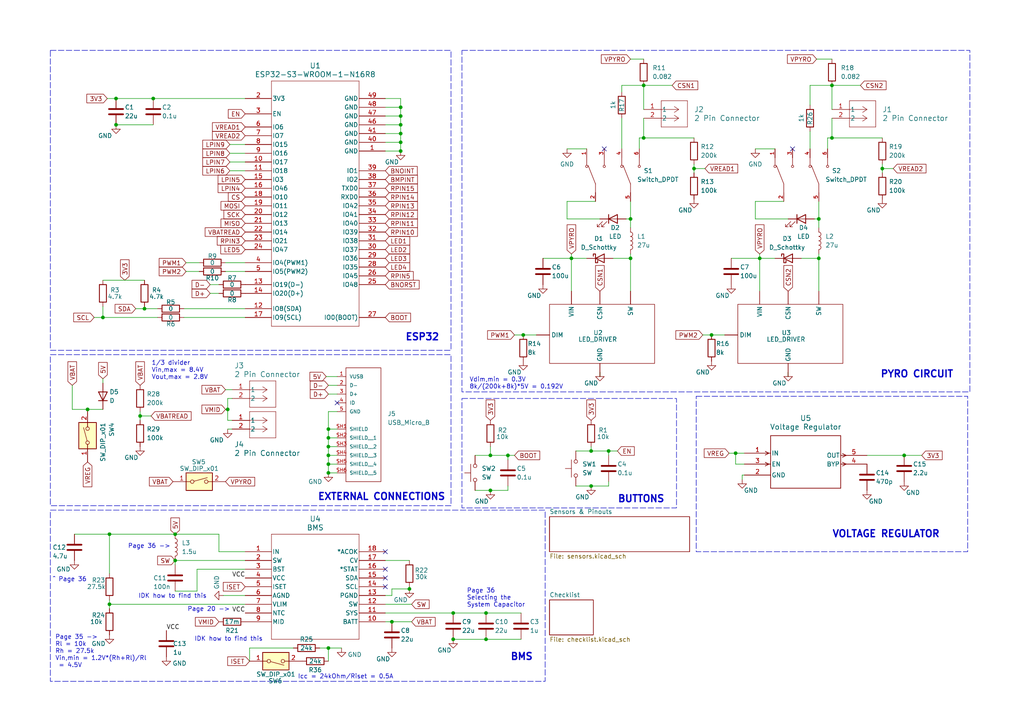
<source format=kicad_sch>
(kicad_sch (version 20231120) (generator "eeschema") (generator_version "8.0")
  (paper "A4")
  (lib_symbols
    (symbol "BMS_Library:2 Pin Connector" (pin_names (offset 0.254))
      (property "Reference" "J" (at 8.89 6.35 0))
      (property "Value" "2 Pin Connector" (at 9.525 3.81 0))
      (symbol "2 Pin Connector_1_1"
        (pin unspecified line (at 0 0 0) (length 5.08) (name "1") (number "1"))
        (pin unspecified line (at 0 -2.54 0) (length 5.08) (name "2") (number "2"))
      )
      (symbol "2 Pin Connector_1_2"
        (pin unspecified line (at 0 0 0) (length 5.08) (name "1") (number "1"))
        (pin unspecified line (at 0 -2.54 0) (length 5.08) (name "2") (number "2"))
      )
    )
    (symbol "Certification_Avionica_Symbol:BMS" (pin_names (offset 0.254))
      (property "Reference" "U" (at 20.32 10.16 0))
      (property "Value" "BMS" (at 20.32 7.62 0))
      (symbol "BMS_0_1"
        (pin power_in line (at 0 0 0) (length 7.62) (name "IN") (number "1"))
        (pin power_in line (at 40.64 -20.32 180) (length 7.62) (name "BATT") (number "10"))
        (pin power_in line (at 40.64 -17.78 180) (length 7.62) (name "SYS") (number "11"))
        (pin power_in line (at 40.64 -15.24 180) (length 7.62) (name "SW") (number "12"))
        (pin power_in line (at 40.64 -12.7 180) (length 7.62) (name "PGND") (number "13"))
        (pin input line (at 40.64 -10.16 180) (length 7.62) (name "SCL") (number "14"))
        (pin bidirectional line (at 40.64 -7.62 180) (length 7.62) (name "SDA") (number "15"))
        (pin output line (at 40.64 -5.08 180) (length 7.62) (name "*STAT") (number "16"))
        (pin input line (at 40.64 -2.54 180) (length 7.62) (name "CV") (number "17"))
        (pin output line (at 40.64 0 180) (length 7.62) (name "*ACOK") (number "18"))
        (pin power_in line (at 0 -2.54 0) (length 7.62) (name "SW") (number "2"))
        (pin power_in line (at 0 -5.08 0) (length 7.62) (name "BST") (number "3"))
        (pin power_in line (at 0 -7.62 0) (length 7.62) (name "VCC") (number "4"))
        (pin input line (at 0 -10.16 0) (length 7.62) (name "ISET") (number "5"))
        (pin power_in line (at 0 -12.7 0) (length 7.62) (name "AGND") (number "6"))
        (pin input line (at 0 -15.24 0) (length 7.62) (name "VLIM") (number "7"))
        (pin input line (at 0 -17.78 0) (length 7.62) (name "NTC") (number "8"))
        (pin power_in line (at 0 -20.32 0) (length 7.62) (name "MID") (number "9"))
      )
    )
    (symbol "Certification_Avionica_Symbol:ESP32-S3-WROOM-1-N16R8" (pin_names (offset 0.254))
      (property "Reference" "U" (at 20.32 10.16 0))
      (property "Value" "ESP32-S3-WROOM-1-N16R8" (at 20.32 7.62 0))
      (symbol "ESP32-S3-WROOM-1-N16R8_0_1"
        (pin power_out line (at 40.64 -15.24 180) (length 7.62) (name "GND") (number "1"))
        (pin bidirectional line (at 0 -18.415 0) (length 7.62) (name "IO17") (number "10"))
        (pin bidirectional line (at 0 -20.955 0) (length 7.62) (name "IO18") (number "11"))
        (pin bidirectional line (at 0 -23.495 0) (length 7.62) (name "IO3") (number "15"))
        (pin bidirectional line (at 0 -26.035 0) (length 7.62) (name "IO46") (number "16"))
        (pin bidirectional line (at 0 -28.575 0) (length 7.62) (name "IO10") (number "18"))
        (pin bidirectional line (at 0 -31.115 0) (length 7.62) (name "IO11") (number "19"))
        (pin power_in line (at 0 0 0) (length 7.62) (name "3V3") (number "2"))
        (pin bidirectional line (at 0 -33.655 0) (length 7.62) (name "IO12") (number "20"))
        (pin bidirectional line (at 0 -36.195 0) (length 7.62) (name "IO13") (number "21"))
        (pin bidirectional line (at 0 -38.735 0) (length 7.62) (name "IO14") (number "22"))
        (pin bidirectional line (at 0 -41.275 0) (length 7.62) (name "IO21") (number "23"))
        (pin bidirectional line (at 0 -43.815 0) (length 7.62) (name "IO47") (number "24"))
        (pin bidirectional line (at 40.64 -53.975 180) (length 7.62) (name "IO48") (number "25"))
        (pin bidirectional line (at 40.64 -51.435 180) (length 7.62) (name "IO45") (number "26"))
        (pin bidirectional line (at 40.64 -48.895 180) (length 7.62) (name "IO35") (number "28"))
        (pin bidirectional line (at 40.64 -46.355 180) (length 7.62) (name "IO36") (number "29"))
        (pin input line (at 0 -4.445 0) (length 7.62) (name "EN") (number "3"))
        (pin bidirectional line (at 40.64 -43.815 180) (length 7.62) (name "IO37") (number "30"))
        (pin bidirectional line (at 40.64 -41.275 180) (length 7.62) (name "IO38") (number "31"))
        (pin bidirectional line (at 40.64 -38.735 180) (length 7.62) (name "IO39") (number "32"))
        (pin bidirectional line (at 40.64 -36.195 180) (length 7.62) (name "IO40") (number "33"))
        (pin bidirectional line (at 40.64 -33.655 180) (length 7.62) (name "IO41") (number "34"))
        (pin bidirectional line (at 40.64 -31.115 180) (length 7.62) (name "IO42") (number "35"))
        (pin bidirectional line (at 40.64 -28.575 180) (length 7.62) (name "RXD0") (number "36"))
        (pin bidirectional line (at 40.64 -26.035 180) (length 7.62) (name "TXD0") (number "37"))
        (pin bidirectional line (at 40.64 -23.495 180) (length 7.62) (name "IO2") (number "38"))
        (pin bidirectional line (at 40.64 -20.955 180) (length 7.62) (name "IO1") (number "39"))
        (pin power_out line (at 40.64 -12.7 180) (length 7.62) (name "GND") (number "40"))
        (pin power_out line (at 40.64 -10.16 180) (length 7.62) (name "GND") (number "41"))
        (pin power_out line (at 40.64 -7.62 180) (length 7.62) (name "GND") (number "46"))
        (pin power_out line (at 40.64 -5.08 180) (length 7.62) (name "GND") (number "47"))
        (pin power_out line (at 40.64 -2.54 180) (length 7.62) (name "GND") (number "48"))
        (pin power_out line (at 40.64 0 180) (length 7.62) (name "GND") (number "49"))
        (pin bidirectional line (at 0 -8.255 0) (length 7.62) (name "IO6") (number "6"))
        (pin bidirectional line (at 0 -10.795 0) (length 7.62) (name "IO7") (number "7"))
        (pin bidirectional line (at 0 -13.335 0) (length 7.62) (name "IO15") (number "8"))
        (pin bidirectional line (at 0 -15.875 0) (length 7.62) (name "IO16") (number "9"))
      )
      (symbol "ESP32-S3-WROOM-1-N16R8_1_1"
        (pin bidirectional line (at 0 -60.96 0) (length 7.62) (name "IO8(SDA)") (number "12"))
        (pin bidirectional line (at 0 -53.975 0) (length 7.62) (name "IO19(D-)") (number "13"))
        (pin bidirectional line (at 0 -56.515 0) (length 7.62) (name "IO20(D+)") (number "14"))
        (pin bidirectional line (at 0 -63.5 0) (length 7.62) (name "IO9(SCL)") (number "17"))
        (pin bidirectional line (at 40.64 -63.5 180) (length 7.62) (name "IO0(BOOT)") (number "27"))
        (pin bidirectional line (at 0 -47.625 0) (length 7.62) (name "IO4(PWM1)") (number "4"))
        (pin bidirectional line (at 0 -50.165 0) (length 7.62) (name "IO5(PWM2)") (number "5"))
      )
    )
    (symbol "Certification_Avionica_Symbol:LED_DRIVER"
      (property "Reference" "U" (at 9.525 -8.89 0))
      (property "Value" "LED_DRIVER" (at 0 0 0))
      (symbol "LED_DRIVER_1_1"
        (pin bidirectional line (at 9.525 2.54 270) (length 3.81) (name "CSN") (number ""))
        (pin bidirectional line (at -8.89 -10.16 0) (length 3.81) (name "DIM") (number ""))
        (pin bidirectional line (at 9.525 -22.225 90) (length 3.81) (name "GND") (number ""))
        (pin bidirectional line (at 18.415 2.54 270) (length 3.81) (name "SW") (number ""))
        (pin bidirectional line (at 1.27 2.54 270) (length 3.81) (name "VIN") (number ""))
      )
    )
    (symbol "Certification_Avionica_Symbol:Switch_DPDT" (pin_names (offset 1.016))
      (property "Reference" "S" (at -2.54 10.16 0))
      (property "Value" "Switch_DPDT" (at -2.54 -10.16 0))
      (symbol "Switch_DPDT_0_0"
        (pin passive line (at 7.62 7.62 180) (length 2.54) (name "~") (number "1"))
        (pin passive line (at -7.62 5.08 0) (length 2.54) (name "~") (number "2"))
        (pin passive line (at 7.62 2.54 180) (length 2.54) (name "~") (number "3"))
        (pin passive line (at 7.62 -2.54 180) (length 2.54) (name "~") (number "4"))
        (pin passive line (at -7.62 -5.08 0) (length 2.54) (name "~") (number "5"))
        (pin passive line (at 7.62 -7.62 180) (length 2.54) (name "~") (number "6"))
      )
    )
    (symbol "Certification_Avionica_Symbol:USB_Micro_B" (pin_names (offset 1.016))
      (property "Reference" "J" (at -5.0862 10.681 0))
      (property "Value" "USB_Micro_B" (at -5.0882 -25.4205 0))
      (symbol "USB_Micro_B_0_0"
        (pin passive line (at -7.62 7.62 0) (length 2.54) (name "VUSB") (number "1"))
        (pin passive line (at -7.62 5.08 0) (length 2.54) (name "D-") (number "2"))
        (pin passive line (at -7.62 2.54 0) (length 2.54) (name "D+") (number "3"))
        (pin passive line (at -7.62 0 0) (length 2.54) (name "ID") (number "4"))
        (pin passive line (at -7.62 -2.54 0) (length 2.54) (name "GND") (number "5"))
        (pin passive line (at -7.62 -7.62 0) (length 2.54) (name "SHIELD") (number "SH1"))
        (pin passive line (at -7.62 -10.16 0) (length 2.54) (name "SHIELD__1") (number "SH2"))
        (pin passive line (at -7.62 -12.7 0) (length 2.54) (name "SHIELD__2") (number "SH3"))
        (pin passive line (at -7.62 -15.24 0) (length 2.54) (name "SHIELD__3") (number "SH4"))
        (pin passive line (at -7.62 -17.78 0) (length 2.54) (name "SHIELD__4") (number "SH5"))
        (pin passive line (at -7.62 -20.32 0) (length 2.54) (name "SHIELD__5") (number "SH6"))
      )
    )
    (symbol "Certification_Avionica_Symbol:Voltage Regulator" (pin_names (offset 0.254))
      (property "Reference" "U" (at 17.145 9.525 0))
      (property "Value" "Voltage Regulator" (at 17.145 6.985 0))
      (symbol "Voltage Regulator_0_1"
        (pin input line (at 0 0 0) (length 7.62) (name "IN") (number "1"))
        (pin input line (at 0 -3.175 0) (length 7.62) (name "EN") (number "3"))
        (pin output line (at 35.56 -3.175 180) (length 7.62) (name "BYP") (number "4"))
        (pin output line (at 35.56 -0.635 180) (length 7.62) (name "OUT") (number "5"))
      )
      (symbol "Voltage Regulator_1_1"
        (pin power_in line (at 0 -6.35 0) (length 7.62) (name "GND") (number "2"))
      )
    )
    (symbol "Device:C" (pin_numbers hide) (pin_names (offset 0.254))
      (property "Reference" "C" (at 0.635 2.54 0))
      (property "Value" "C" (at 0.635 -2.54 0))
      (symbol "C_1_1"
        (pin passive line (at 0 3.81 270) (length 2.794) (name "~") (number "1"))
        (pin passive line (at 0 -3.81 90) (length 2.794) (name "~") (number "2"))
      )
    )
    (symbol "Device:D" (pin_numbers hide) (pin_names (offset 1.016) hide)
      (property "Reference" "D" (at 0 2.54 0))
      (property "Value" "D" (at 0 -2.54 0))
      (symbol "D_1_1"
        (pin passive line (at -3.81 0 0) (length 2.54) (name "K") (number "1"))
        (pin passive line (at 3.81 0 180) (length 2.54) (name "A") (number "2"))
      )
    )
    (symbol "Device:D_Schottky" (pin_numbers hide) (pin_names (offset 1.016) hide)
      (property "Reference" "D" (at 0 2.54 0))
      (property "Value" "D_Schottky" (at 0 -2.54 0))
      (symbol "D_Schottky_1_1"
        (pin passive line (at -3.81 0 0) (length 2.54) (name "K") (number "1"))
        (pin passive line (at 3.81 0 180) (length 2.54) (name "A") (number "2"))
      )
    )
    (symbol "Device:L" (pin_numbers hide) (pin_names (offset 1.016) hide)
      (property "Reference" "L" (at -1.27 0 90))
      (property "Value" "L" (at 1.905 0 90))
      (symbol "L_1_1"
        (pin passive line (at 0 3.81 270) (length 1.27) (name "1") (number "1"))
        (pin passive line (at 0 -3.81 90) (length 1.27) (name "2") (number "2"))
      )
    )
    (symbol "Device:LED" (pin_numbers hide) (pin_names (offset 1.016) hide)
      (property "Reference" "D" (at 0 2.54 0))
      (property "Value" "LED" (at 0 -2.54 0))
      (symbol "LED_1_1"
        (pin passive line (at -3.81 0 0) (length 2.54) (name "K") (number "1"))
        (pin passive line (at 3.81 0 180) (length 2.54) (name "A") (number "2"))
      )
    )
    (symbol "Device:R" (pin_numbers hide) (pin_names (offset 0))
      (property "Reference" "R" (at 2.032 0 90))
      (property "Value" "R" (at 0 0 90))
      (symbol "R_1_1"
        (pin passive line (at 0 3.81 270) (length 1.27) (name "~") (number "1"))
        (pin passive line (at 0 -3.81 90) (length 1.27) (name "~") (number "2"))
      )
    )
    (symbol "Switch:SW_DIP_x01" (pin_names (offset 0) hide)
      (property "Reference" "SW" (at 0 3.81 0))
      (property "Value" "SW_DIP_x01" (at 0 -3.81 0))
      (symbol "SW_DIP_x01_1_1"
        (pin passive line (at -7.62 0 0) (length 5.08) (name "~") (number "1"))
        (pin passive line (at 7.62 0 180) (length 5.08) (name "~") (number "2"))
      )
    )
    (symbol "Switch:SW_Push" (pin_numbers hide) (pin_names (offset 1.016) hide)
      (property "Reference" "SW" (at 1.27 2.54 0))
      (property "Value" "SW_Push" (at 0 -1.524 0))
      (symbol "SW_Push_0_1"
        (pin passive line (at -5.08 0 0) (length 2.54) (name "1") (number "1"))
        (pin passive line (at 5.08 0 180) (length 2.54) (name "2") (number "2"))
      )
    )
    (symbol "power:GND" (power) (pin_names (offset 0))
      (property "Value" "GND" (at 0 -3.81 0))
      (symbol "GND_1_1"
        (pin power_in line (at 0 0 270) (length 0) hide (name "GND") (number "1"))
      )
    )
  )
  (junction (at 255.905 48.895))
  (junction (at 201.295 48.895))
  (junction (at 171.45 140.97))
  (junction (at 95.25 132.08))
  (junction (at 116.205 31.115))
  (junction (at 95.25 129.54))
  (junction (at 220.345 74.93))
  (junction (at 241.3 24.765))
  (junction (at 33.655 28.575))
  (junction (at 151.765 97.155))
  (junction (at 142.24 132.08))
  (junction (at 131.445 177.8))
  (junction (at 116.205 43.815))
  (junction (at 147.32 132.08))
  (junction (at 95.25 137.16))
  (junction (at 131.445 185.42))
  (junction (at 262.255 132.08))
  (junction (at 165.735 74.93))
  (junction (at 118.745 170.815))
  (junction (at 33.655 36.195))
  (junction (at 95.25 134.62))
  (junction (at 95.25 127))
  (junction (at 29.845 92.075))
  (junction (at 171.45 130.81))
  (junction (at 237.49 63.5))
  (junction (at 113.665 180.34))
  (junction (at 25.4 118.745))
  (junction (at 40.64 120.65))
  (junction (at 213.36 131.445))
  (junction (at 116.205 38.735))
  (junction (at 44.45 28.575))
  (junction (at 50.8 162.56))
  (junction (at 95.25 187.96))
  (junction (at 182.88 63.5))
  (junction (at 116.205 33.655))
  (junction (at 31.75 175.26))
  (junction (at 206.375 97.155))
  (junction (at 140.97 185.42))
  (junction (at 182.88 74.93))
  (junction (at 241.3 40.005))
  (junction (at 176.53 130.81))
  (junction (at 186.69 40.005))
  (junction (at 116.205 36.195))
  (junction (at 50.8 154.94))
  (junction (at 140.97 177.8))
  (junction (at 142.24 142.24))
  (junction (at 31.75 154.94))
  (junction (at 116.205 41.275))
  (junction (at 186.69 24.765))
  (junction (at 66.04 118.745))
  (junction (at 41.91 89.535))
  (junction (at 237.49 74.93))
  (junction (at 95.25 124.46))
  (no_connect (at 111.76 160.02))
  (no_connect (at 175.26 43.18))
  (no_connect (at 111.76 167.64))
  (no_connect (at 97.79 116.84))
  (no_connect (at 111.76 165.1))
  (no_connect (at 111.76 170.18))
  (no_connect (at 229.87 43.18))
  (wire (pts (xy 165.735 73.66) (xy 165.735 74.93)))
  (wire (pts (xy 232.41 74.93) (xy 237.49 74.93)))
  (wire (pts (xy 57.15 171.45) (xy 57.15 165.1)))
  (wire (pts (xy 67.31 115.57) (xy 66.04 115.57)))
  (wire (pts (xy 71.12 160.02) (xy 63.5 160.02)))
  (wire (pts (xy 171.45 129.54) (xy 171.45 130.81)))
  (wire (pts (xy 237.49 58.42) (xy 237.49 63.5)))
  (wire (pts (xy 31.115 28.575) (xy 33.655 28.575)))
  (wire (pts (xy 113.665 180.34) (xy 119.38 180.34)))
  (wire (pts (xy 255.905 48.895) (xy 259.08 48.895)))
  (wire (pts (xy 236.855 17.145) (xy 241.3 17.145)))
  (wire (pts (xy 53.975 76.2) (xy 57.785 76.2)))
  (wire (pts (xy 118.745 170.18) (xy 118.745 170.815)))
  (wire (pts (xy 149.225 97.155) (xy 151.765 97.155)))
  (wire (pts (xy 53.975 78.74) (xy 57.785 78.74)))
  (wire (pts (xy 66.04 115.57) (xy 66.04 118.745)))
  (wire (pts (xy 99.06 187.96) (xy 95.25 187.96)))
  (wire (pts (xy 167.005 130.81) (xy 171.45 130.81)))
  (wire (pts (xy 201.295 48.895) (xy 201.295 50.165)))
  (wire (pts (xy 50.8 163.83) (xy 50.8 162.56)))
  (wire (pts (xy 219.075 43.18) (xy 224.79 43.18)))
  (wire (pts (xy 95.25 129.54) (xy 95.25 132.08)))
  (wire (pts (xy 44.45 28.575) (xy 71.12 28.575)))
  (wire (pts (xy 213.36 134.62) (xy 213.36 131.445)))
  (wire (pts (xy 95.25 129.54) (xy 97.79 129.54)))
  (wire (pts (xy 151.765 97.155) (xy 155.575 97.155)))
  (wire (pts (xy 66.04 121.92) (xy 67.31 121.92)))
  (wire (pts (xy 39.37 89.535) (xy 41.91 89.535)))
  (wire (pts (xy 240.03 40.005) (xy 241.3 40.005)))
  (wire (pts (xy 137.795 142.24) (xy 142.24 142.24)))
  (wire (pts (xy 95.25 187.96) (xy 95.25 191.77)))
  (wire (pts (xy 220.345 73.66) (xy 220.345 74.93)))
  (wire (pts (xy 33.655 36.195) (xy 44.45 36.195)))
  (wire (pts (xy 97.79 119.38) (xy 95.25 119.38)))
  (wire (pts (xy 33.655 28.575) (xy 44.45 28.575)))
  (wire (pts (xy 95.25 124.46) (xy 95.25 127)))
  (wire (pts (xy 20.955 118.745) (xy 25.4 118.745)))
  (wire (pts (xy 111.76 38.735) (xy 116.205 38.735)))
  (wire (pts (xy 167.005 140.97) (xy 171.45 140.97)))
  (wire (pts (xy 147.32 132.08) (xy 149.225 132.08)))
  (wire (pts (xy 241.3 24.765) (xy 241.3 31.75)))
  (wire (pts (xy 234.95 38.1) (xy 234.95 43.18)))
  (wire (pts (xy 66.675 46.99) (xy 71.12 46.99)))
  (wire (pts (xy 186.69 24.765) (xy 186.69 31.75)))
  (wire (pts (xy 95.25 127) (xy 95.25 129.54)))
  (wire (pts (xy 29.845 88.9) (xy 29.845 92.075)))
  (wire (pts (xy 31.75 175.26) (xy 31.75 173.99)))
  (wire (pts (xy 57.15 165.1) (xy 71.12 165.1)))
  (wire (pts (xy 131.445 185.42) (xy 140.97 185.42)))
  (wire (pts (xy 111.76 28.575) (xy 116.205 28.575)))
  (wire (pts (xy 211.455 131.445) (xy 213.36 131.445)))
  (wire (pts (xy 164.465 58.42) (xy 172.72 58.42)))
  (wire (pts (xy 53.34 89.535) (xy 71.12 89.535)))
  (wire (pts (xy 116.205 33.655) (xy 116.205 36.195)))
  (wire (pts (xy 177.8 74.93) (xy 182.88 74.93)))
  (wire (pts (xy 116.205 28.575) (xy 116.205 31.115)))
  (wire (pts (xy 219.075 63.5) (xy 228.6 63.5)))
  (wire (pts (xy 186.69 40.005) (xy 201.295 40.005)))
  (wire (pts (xy 95.25 132.08) (xy 95.25 134.62)))
  (wire (pts (xy 95.25 127) (xy 97.79 127)))
  (wire (pts (xy 165.735 74.93) (xy 165.735 84.455)))
  (wire (pts (xy 142.24 132.08) (xy 147.32 132.08)))
  (wire (pts (xy 241.3 40.005) (xy 255.905 40.005)))
  (wire (pts (xy 94.615 109.22) (xy 97.79 109.22)))
  (wire (pts (xy 255.905 48.895) (xy 255.905 50.165)))
  (wire (pts (xy 234.95 30.48) (xy 234.95 24.765)))
  (wire (pts (xy 262.255 132.08) (xy 267.335 132.08)))
  (wire (pts (xy 31.75 175.26) (xy 71.12 175.26)))
  (wire (pts (xy 20.955 118.745) (xy 20.955 111.76)))
  (wire (pts (xy 180.34 24.765) (xy 186.69 24.765)))
  (wire (pts (xy 181.61 63.5) (xy 182.88 63.5)))
  (wire (pts (xy 50.8 171.45) (xy 57.15 171.45)))
  (wire (pts (xy 111.76 43.815) (xy 116.205 43.815)))
  (wire (pts (xy 213.36 131.445) (xy 215.9 131.445)))
  (wire (pts (xy 237.49 74.93) (xy 237.49 84.455)))
  (wire (pts (xy 95.25 134.62) (xy 95.25 137.16)))
  (wire (pts (xy 65.405 78.74) (xy 71.12 78.74)))
  (wire (pts (xy 95.25 119.38) (xy 95.25 124.46)))
  (wire (pts (xy 237.49 73.66) (xy 237.49 74.93)))
  (wire (pts (xy 237.49 63.5) (xy 237.49 66.04)))
  (wire (pts (xy 182.88 58.42) (xy 182.88 63.5)))
  (wire (pts (xy 116.205 36.195) (xy 116.205 38.735)))
  (wire (pts (xy 111.76 31.115) (xy 116.205 31.115)))
  (wire (pts (xy 201.295 48.895) (xy 204.47 48.895)))
  (wire (pts (xy 111.76 33.655) (xy 116.205 33.655)))
  (wire (pts (xy 215.9 134.62) (xy 213.36 134.62)))
  (wire (pts (xy 234.95 24.765) (xy 241.3 24.765)))
  (wire (pts (xy 157.48 74.93) (xy 165.735 74.93)))
  (wire (pts (xy 113.665 170.815) (xy 118.745 170.815)))
  (wire (pts (xy 215.265 137.795) (xy 215.9 137.795)))
  (wire (pts (xy 142.24 129.54) (xy 142.24 132.08)))
  (wire (pts (xy 72.39 191.77) (xy 72.39 187.96)))
  (wire (pts (xy 29.845 81.28) (xy 41.91 81.28)))
  (wire (pts (xy 185.42 43.18) (xy 185.42 40.005)))
  (wire (pts (xy 203.835 97.155) (xy 206.375 97.155)))
  (wire (pts (xy 182.88 73.66) (xy 182.88 74.93)))
  (wire (pts (xy 95.25 124.46) (xy 97.79 124.46)))
  (wire (pts (xy 95.25 134.62) (xy 97.79 134.62)))
  (wire (pts (xy 64.77 172.72) (xy 71.12 172.72)))
  (wire (pts (xy 41.91 89.535) (xy 45.72 89.535)))
  (wire (pts (xy 185.42 40.005) (xy 186.69 40.005)))
  (wire (pts (xy 206.375 97.155) (xy 210.185 97.155)))
  (wire (pts (xy 186.69 24.765) (xy 194.945 24.765)))
  (wire (pts (xy 116.205 31.115) (xy 116.205 33.655)))
  (wire (pts (xy 63.5 160.02) (xy 63.5 154.94)))
  (wire (pts (xy 66.675 41.91) (xy 71.12 41.91)))
  (wire (pts (xy 220.345 74.93) (xy 224.79 74.93)))
  (wire (pts (xy 201.295 47.625) (xy 201.295 48.895)))
  (wire (pts (xy 140.97 185.42) (xy 151.13 185.42)))
  (wire (pts (xy 215.265 139.065) (xy 215.265 137.795)))
  (wire (pts (xy 116.205 41.275) (xy 116.205 43.815)))
  (wire (pts (xy 255.905 47.625) (xy 255.905 48.895)))
  (wire (pts (xy 240.03 43.18) (xy 240.03 40.005)))
  (wire (pts (xy 95.25 137.16) (xy 97.79 137.16)))
  (wire (pts (xy 131.445 177.8) (xy 140.97 177.8)))
  (wire (pts (xy 95.25 187.96) (xy 92.71 187.96)))
  (wire (pts (xy 40.64 120.65) (xy 40.64 121.92)))
  (wire (pts (xy 228.6 109.22) (xy 228.6 107.95)))
  (wire (pts (xy 241.3 24.765) (xy 249.555 24.765)))
  (wire (pts (xy 21.59 154.94) (xy 31.75 154.94)))
  (wire (pts (xy 182.88 17.145) (xy 186.69 17.145)))
  (wire (pts (xy 40.64 119.38) (xy 40.64 120.65)))
  (wire (pts (xy 251.46 132.08) (xy 262.255 132.08)))
  (wire (pts (xy 31.75 154.94) (xy 50.8 154.94)))
  (wire (pts (xy 29.845 92.075) (xy 45.72 92.075)))
  (wire (pts (xy 147.32 133.35) (xy 147.32 132.08)))
  (wire (pts (xy 186.69 34.29) (xy 186.69 40.005)))
  (wire (pts (xy 182.88 74.93) (xy 182.88 84.455)))
  (wire (pts (xy 95.25 114.3) (xy 97.79 114.3)))
  (wire (pts (xy 27.305 92.075) (xy 29.845 92.075)))
  (wire (pts (xy 179.07 130.81) (xy 176.53 130.81)))
  (wire (pts (xy 66.675 44.45) (xy 71.12 44.45)))
  (wire (pts (xy 66.675 49.53) (xy 71.12 49.53)))
  (wire (pts (xy 65.405 118.745) (xy 66.04 118.745)))
  (wire (pts (xy 65.405 113.03) (xy 67.31 113.03)))
  (wire (pts (xy 171.45 140.97) (xy 176.53 140.97)))
  (wire (pts (xy 31.75 175.26) (xy 31.75 176.53)))
  (wire (pts (xy 65.405 76.2) (xy 71.12 76.2)))
  (wire (pts (xy 171.45 130.81) (xy 176.53 130.81)))
  (wire (pts (xy 241.3 34.29) (xy 241.3 40.005)))
  (wire (pts (xy 60.96 85.09) (xy 63.5 85.09)))
  (wire (pts (xy 111.76 172.72) (xy 113.665 172.72)))
  (wire (pts (xy 219.075 63.5) (xy 219.075 58.42)))
  (wire (pts (xy 50.8 162.56) (xy 71.12 162.56)))
  (wire (pts (xy 25.4 118.745) (xy 29.845 118.745)))
  (wire (pts (xy 173.99 109.22) (xy 173.99 107.95)))
  (wire (pts (xy 113.665 172.72) (xy 113.665 170.815)))
  (wire (pts (xy 219.075 58.42) (xy 227.33 58.42)))
  (wire (pts (xy 212.09 74.93) (xy 220.345 74.93)))
  (wire (pts (xy 53.34 92.075) (xy 71.12 92.075)))
  (wire (pts (xy 111.76 180.34) (xy 113.665 180.34)))
  (wire (pts (xy 95.25 132.08) (xy 97.79 132.08)))
  (wire (pts (xy 111.76 41.275) (xy 116.205 41.275)))
  (wire (pts (xy 41.91 88.9) (xy 41.91 89.535)))
  (wire (pts (xy 142.24 142.24) (xy 147.32 142.24)))
  (wire (pts (xy 29.845 109.855) (xy 29.845 111.125)))
  (wire (pts (xy 111.76 177.8) (xy 131.445 177.8)))
  (wire (pts (xy 95.25 111.76) (xy 97.79 111.76)))
  (wire (pts (xy 66.04 124.46) (xy 67.31 124.46)))
  (wire (pts (xy 147.32 142.24) (xy 147.32 140.97)))
  (wire (pts (xy 176.53 130.81) (xy 176.53 132.08)))
  (wire (pts (xy 31.75 154.94) (xy 31.75 166.37)))
  (wire (pts (xy 165.735 74.93) (xy 170.18 74.93)))
  (wire (pts (xy 180.34 26.67) (xy 180.34 24.765)))
  (wire (pts (xy 164.465 63.5) (xy 164.465 58.42)))
  (wire (pts (xy 176.53 140.97) (xy 176.53 139.7)))
  (wire (pts (xy 180.34 34.29) (xy 180.34 43.18)))
  (wire (pts (xy 116.205 38.735) (xy 116.205 41.275)))
  (wire (pts (xy 140.97 177.8) (xy 151.13 177.8)))
  (wire (pts (xy 182.88 63.5) (xy 182.88 66.04)))
  (wire (pts (xy 164.465 63.5) (xy 173.99 63.5)))
  (wire (pts (xy 111.76 175.26) (xy 119.38 175.26)))
  (wire (pts (xy 236.22 63.5) (xy 237.49 63.5)))
  (wire (pts (xy 60.96 82.55) (xy 63.5 82.55)))
  (wire (pts (xy 66.04 118.745) (xy 66.04 121.92)))
  (wire (pts (xy 137.795 132.08) (xy 142.24 132.08)))
  (wire (pts (xy 164.465 43.18) (xy 170.18 43.18)))
  (wire (pts (xy 40.64 120.65) (xy 43.815 120.65)))
  (wire (pts (xy 50.8 154.94) (xy 63.5 154.94)))
  (wire (pts (xy 111.76 162.56) (xy 118.745 162.56)))
  (wire (pts (xy 72.39 187.96) (xy 85.09 187.96)))
  (wire (pts (xy 111.76 36.195) (xy 116.205 36.195)))
  (wire (pts (xy 220.345 74.93) (xy 220.345 84.455)))
  (rectangle (start 133.985 14.605) (end 281.305 113.665) (stroke (width 0) (type dash)))
  (rectangle (start 133.985 115.57) (end 196.215 147.32) (stroke (width 0) (type dash)))
  (rectangle (start 201.93 114.935) (end 280.67 160.02) (stroke (width 0) (type dash)))
  (rectangle (start 14.605 14.605) (end 130.81 101.6) (stroke (width 0) (type dash)))
  (rectangle (start 14.605 102.87) (end 130.81 146.685) (stroke (width 0) (type dash)))
  (rectangle (start 14.605 147.955) (end 158.115 197.612) (stroke (width 0) (type dash)))
  (text "IDK how to find this" (at 56.388 185.42 0) (effects (font (size 1.27 1.27)) (justify left)))
  (text "Page 36 ->" (at 37.084 158.496 0) (effects (font (size 1.27 1.27)) (justify left)))
  (text "Vdim,min = 0.3V\n8k/(200k+8k)*5V = 0.192V" (at 136.144 111.252 0) (effects (font (size 1.27 1.27)) (justify left)))
  (text "BMS\n" (at 147.955 191.77 0) (effects (font (size 2 2) (bold yes)) (justify left bottom)))
  (text "EXTERNAL CONNECTIONS\n\n" (at 92.075 148.59 0) (effects (font (size 2 2) (bold yes)) (justify left bottom)))
  (text "ESP32\n" (at 117.475 99.06 0) (effects (font (size 2 2) (bold yes)) (justify left bottom)))
  (text "1/3 divider\nVin,max = 8.4V\nVout,max = 2.8V" (at 43.942 107.442 0) (effects (font (size 1.27 1.27)) (justify left)))
  (text "IDK how to find this" (at 40.132 172.974 0) (effects (font (size 1.27 1.27)) (justify left)))
  (text "Page 35 ->\nRl = 10k\nRh = 27.5k\nVin,min = 1.2V*(Rh+Rl)/Rl\n = 4.5V" (at 16.002 188.976 0) (effects (font (size 1.27 1.27)) (justify left)))
  (text "Page 36\nSelecting the\nSystem Capacitor" (at 135.382 173.482 0) (effects (font (size 1.27 1.27)) (justify left)))
  (text "VOLTAGE REGULATOR\n\n" (at 241.3 159.385 0) (effects (font (size 2 2) (bold yes)) (justify left bottom)))
  (text "Icc = 24kOhm/Riset = 0.5A" (at 86.36 196.342 0) (effects (font (size 1.27 1.27)) (justify left)))
  (text "PYRO CIRCUIT\n\n" (at 255.27 113.03 0) (effects (font (size 2 2) (bold yes)) (justify left bottom)))
  (text "^ Page 36" (at 15.24 168.148 0) (effects (font (size 1.27 1.27)) (justify left)))
  (text "Page 20 ->" (at 54.356 176.784 0) (effects (font (size 1.27 1.27)) (justify left)))
  (text "BUTTONS\n\n" (at 179.07 149.225 0) (effects (font (size 2 2) (bold yes)) (justify left bottom)))
  (label "VCC" (at 48.26 182.88 0))
  (label "VCC" (at 71.12 167.64 180))
  (label "VCC" (at 71.12 177.8 180))
  (global_label "D+" (shape input) (at 95.25 114.3 180) (property "Intersheetrefs" "${INTERSHEET_REFS}" (effects (hide yes))))
  (global_label "BOOT" (shape input) (at 149.225 132.08 0) (property "Intersheetrefs" "${INTERSHEET_REFS}" (effects (hide yes))))
  (global_label "VBATREAD" (shape input) (at 43.815 120.65 0) (property "Intersheetrefs" "${INTERSHEET_REFS}" (effects (hide yes))))
  (global_label "ISET" (shape input) (at 71.12 170.18 180) (property "Intersheetrefs" "${INTERSHEET_REFS}" (effects (hide yes))))
  (global_label "VREG" (shape input) (at 211.455 131.445 180) (property "Intersheetrefs" "${INTERSHEET_REFS}" (effects (hide yes))))
  (global_label "5V" (shape input) (at 50.8 154.94 90) (property "Intersheetrefs" "${INTERSHEET_REFS}" (effects (hide yes))))
  (global_label "VMID" (shape input) (at 65.405 118.745 180) (property "Intersheetrefs" "${INTERSHEET_REFS}" (effects (hide yes))))
  (global_label "SCK" (shape input) (at 71.12 62.23 180) (property "Intersheetrefs" "${INTERSHEET_REFS}" (effects (hide yes))))
  (global_label "VBAT" (shape input) (at 40.64 111.76 90) (property "Intersheetrefs" "${INTERSHEET_REFS}" (effects (hide yes))))
  (global_label "CSN2" (shape input) (at 249.555 24.765 0) (property "Intersheetrefs" "${INTERSHEET_REFS}" (effects (hide yes))))
  (global_label "BNOINT" (shape input) (at 111.76 49.53 0) (property "Intersheetrefs" "${INTERSHEET_REFS}" (effects (hide yes))))
  (global_label "LPIN9" (shape input) (at 66.675 41.91 180) (property "Intersheetrefs" "${INTERSHEET_REFS}" (effects (hide yes))))
  (global_label "MISO" (shape input) (at 71.12 64.77 180) (property "Intersheetrefs" "${INTERSHEET_REFS}" (effects (hide yes))))
  (global_label "SW" (shape input) (at 50.8 162.56 180) (property "Intersheetrefs" "${INTERSHEET_REFS}" (effects (hide yes))))
  (global_label "VBAT" (shape input) (at 50.165 139.7 180) (property "Intersheetrefs" "${INTERSHEET_REFS}" (effects (hide yes))))
  (global_label "RPIN5" (shape input) (at 111.76 80.01 0) (property "Intersheetrefs" "${INTERSHEET_REFS}" (effects (hide yes))))
  (global_label "D-" (shape input) (at 60.96 82.55 180) (property "Intersheetrefs" "${INTERSHEET_REFS}" (effects (hide yes))))
  (global_label "3V3" (shape input) (at 267.335 132.08 0) (property "Intersheetrefs" "${INTERSHEET_REFS}" (effects (hide yes))))
  (global_label "VREAD2" (shape input) (at 71.12 39.37 180) (property "Intersheetrefs" "${INTERSHEET_REFS}" (effects (hide yes))))
  (global_label "CSN1" (shape input) (at 194.945 24.765 0) (property "Intersheetrefs" "${INTERSHEET_REFS}" (effects (hide yes))))
  (global_label "LPIN8" (shape input) (at 66.675 44.45 180) (property "Intersheetrefs" "${INTERSHEET_REFS}" (effects (hide yes))))
  (global_label "BOOT" (shape input) (at 111.76 92.075 0) (property "Intersheetrefs" "${INTERSHEET_REFS}" (effects (hide yes))))
  (global_label "BNORST" (shape input) (at 111.76 82.55 0) (property "Intersheetrefs" "${INTERSHEET_REFS}" (effects (hide yes))))
  (global_label "CSN2" (shape input) (at 228.6 84.455 90) (property "Intersheetrefs" "${INTERSHEET_REFS}" (effects (hide yes))))
  (global_label "3V3" (shape input) (at 142.24 121.92 90) (property "Intersheetrefs" "${INTERSHEET_REFS}" (effects (hide yes))))
  (global_label "RPIN12" (shape input) (at 111.76 62.23 0) (property "Intersheetrefs" "${INTERSHEET_REFS}" (effects (hide yes))))
  (global_label "D-" (shape input) (at 95.25 111.76 180) (property "Intersheetrefs" "${INTERSHEET_REFS}" (effects (hide yes))))
  (global_label "3V3" (shape input) (at 31.115 28.575 180) (property "Intersheetrefs" "${INTERSHEET_REFS}" (effects (hide yes))))
  (global_label "EN" (shape input) (at 179.07 130.81 0) (property "Intersheetrefs" "${INTERSHEET_REFS}" (effects (hide yes))))
  (global_label "VPYRO" (shape input) (at 220.345 73.66 90) (property "Intersheetrefs" "${INTERSHEET_REFS}" (effects (hide yes))))
  (global_label "LED4" (shape input) (at 111.76 77.47 0) (property "Intersheetrefs" "${INTERSHEET_REFS}" (effects (hide yes))))
  (global_label "PWM1" (shape input) (at 149.225 97.155 180) (property "Intersheetrefs" "${INTERSHEET_REFS}" (effects (hide yes))))
  (global_label "RPIN13" (shape input) (at 111.76 59.69 0) (property "Intersheetrefs" "${INTERSHEET_REFS}" (effects (hide yes))))
  (global_label "5V" (shape input) (at 94.615 109.22 180) (property "Intersheetrefs" "${INTERSHEET_REFS}" (effects (hide yes))))
  (global_label "ISET" (shape input) (at 72.39 191.77 180) (property "Intersheetrefs" "${INTERSHEET_REFS}" (effects (hide yes))))
  (global_label "RPIN14" (shape input) (at 111.76 57.15 0) (property "Intersheetrefs" "${INTERSHEET_REFS}" (effects (hide yes))))
  (global_label "RPIN3" (shape input) (at 71.12 69.85 180) (property "Intersheetrefs" "${INTERSHEET_REFS}" (effects (hide yes))))
  (global_label "RPIN15" (shape input) (at 111.76 54.61 0) (property "Intersheetrefs" "${INTERSHEET_REFS}" (effects (hide yes))))
  (global_label "BMPINT" (shape input) (at 111.76 52.07 0) (property "Intersheetrefs" "${INTERSHEET_REFS}" (effects (hide yes))))
  (global_label "SW" (shape input) (at 119.38 175.26 0) (property "Intersheetrefs" "${INTERSHEET_REFS}" (effects (hide yes))))
  (global_label "VBAT" (shape input) (at 20.955 111.76 90) (property "Intersheetrefs" "${INTERSHEET_REFS}" (effects (hide yes))))
  (global_label "RPIN11" (shape input) (at 111.76 64.77 0) (property "Intersheetrefs" "${INTERSHEET_REFS}" (effects (hide yes))))
  (global_label "VPYRO" (shape input) (at 65.405 139.7 0) (property "Intersheetrefs" "${INTERSHEET_REFS}" (effects (hide yes))))
  (global_label "VMID" (shape input) (at 63.5 180.34 180) (property "Intersheetrefs" "${INTERSHEET_REFS}" (effects (hide yes))))
  (global_label "LED2" (shape input) (at 111.76 72.39 0) (property "Intersheetrefs" "${INTERSHEET_REFS}" (effects (hide yes))))
  (global_label "LPIN4" (shape input) (at 71.12 54.61 180) (property "Intersheetrefs" "${INTERSHEET_REFS}" (effects (hide yes))))
  (global_label "5V" (shape input) (at 29.845 109.855 90) (property "Intersheetrefs" "${INTERSHEET_REFS}" (effects (hide yes))))
  (global_label "RPIN10" (shape input) (at 111.76 67.31 0) (property "Intersheetrefs" "${INTERSHEET_REFS}" (effects (hide yes))))
  (global_label "MOSI" (shape input) (at 71.12 59.69 180) (property "Intersheetrefs" "${INTERSHEET_REFS}" (effects (hide yes))))
  (global_label "VPYRO" (shape input) (at 165.735 73.66 90) (property "Intersheetrefs" "${INTERSHEET_REFS}" (effects (hide yes))))
  (global_label "PWM1" (shape input) (at 53.975 76.2 180) (property "Intersheetrefs" "${INTERSHEET_REFS}" (effects (hide yes))))
  (global_label "LED1" (shape input) (at 111.76 69.85 0) (property "Intersheetrefs" "${INTERSHEET_REFS}" (effects (hide yes))))
  (global_label "VBAT" (shape input) (at 65.405 113.03 180) (property "Intersheetrefs" "${INTERSHEET_REFS}" (effects (hide yes))))
  (global_label "D+" (shape input) (at 60.96 85.09 180) (property "Intersheetrefs" "${INTERSHEET_REFS}" (effects (hide yes))))
  (global_label "3V3" (shape input) (at 171.45 121.92 90) (property "Intersheetrefs" "${INTERSHEET_REFS}" (effects (hide yes))))
  (global_label "VREAD2" (shape input) (at 259.08 48.895 0) (property "Intersheetrefs" "${INTERSHEET_REFS}" (effects (hide yes))))
  (global_label "LPIN7" (shape input) (at 66.675 46.99 180) (property "Intersheetrefs" "${INTERSHEET_REFS}" (effects (hide yes))))
  (global_label "LPIN5" (shape input) (at 71.12 52.07 180) (property "Intersheetrefs" "${INTERSHEET_REFS}" (effects (hide yes))))
  (global_label "CS" (shape input) (at 71.12 57.15 180) (property "Intersheetrefs" "${INTERSHEET_REFS}" (effects (hide yes))))
  (global_label "LED3" (shape input) (at 111.76 74.93 0) (property "Intersheetrefs" "${INTERSHEET_REFS}" (effects (hide yes))))
  (global_label "VREAD1" (shape input) (at 204.47 48.895 0) (property "Intersheetrefs" "${INTERSHEET_REFS}" (effects (hide yes))))
  (global_label "EN" (shape input) (at 71.12 33.02 180) (property "Intersheetrefs" "${INTERSHEET_REFS}" (effects (hide yes))))
  (global_label "VPYRO" (shape input) (at 182.88 17.145 180) (property "Intersheetrefs" "${INTERSHEET_REFS}" (effects (hide yes))))
  (global_label "LPIN6" (shape input) (at 66.675 49.53 180) (property "Intersheetrefs" "${INTERSHEET_REFS}" (effects (hide yes))))
  (global_label "VBATREAD" (shape input) (at 71.12 67.31 180) (property "Intersheetrefs" "${INTERSHEET_REFS}" (effects (hide yes))))
  (global_label "PWM2" (shape input) (at 203.835 97.155 180) (property "Intersheetrefs" "${INTERSHEET_REFS}" (effects (hide yes))))
  (global_label "VPYRO" (shape input) (at 236.855 17.145 180) (property "Intersheetrefs" "${INTERSHEET_REFS}" (effects (hide yes))))
  (global_label "VBAT" (shape input) (at 119.38 180.34 0) (property "Intersheetrefs" "${INTERSHEET_REFS}" (effects (hide yes))))
  (global_label "LED5" (shape input) (at 71.12 72.39 180) (property "Intersheetrefs" "${INTERSHEET_REFS}" (effects (hide yes))))
  (global_label "3V3" (shape input) (at 36.195 81.28 90) (property "Intersheetrefs" "${INTERSHEET_REFS}" (effects (hide yes))))
  (global_label "VREAD1" (shape input) (at 71.12 36.83 180) (property "Intersheetrefs" "${INTERSHEET_REFS}" (effects (hide yes))))
  (global_label "SDA" (shape input) (at 39.37 89.535 180) (property "Intersheetrefs" "${INTERSHEET_REFS}" (effects (hide yes))))
  (global_label "CSN1" (shape input) (at 173.99 84.455 90) (property "Intersheetrefs" "${INTERSHEET_REFS}" (effects (hide yes))))
  (global_label "PWM2" (shape input) (at 53.975 78.74 180) (property "Intersheetrefs" "${INTERSHEET_REFS}" (effects (hide yes))))
  (global_label "VREG" (shape input) (at 25.4 133.985 270) (property "Intersheetrefs" "${INTERSHEET_REFS}" (effects (hide yes))))
  (global_label "SCL" (shape input) (at 27.305 92.075 180) (property "Intersheetrefs" "${INTERSHEET_REFS}" (effects (hide yes))))
  (symbol (lib_id "Device:R") (at 91.44 191.77 270) (unit 1)
    (property "Reference" "R36" (at 91.44 194.31 90))
    (property "Value" "24k" (at 91.44 191.77 90))
  )
  (symbol (lib_id "Device:C") (at 147.32 137.16 0) (unit 1)
    (property "Reference" "C5" (at 149.86 135.89 0) (effects (justify left)))
    (property "Value" "0.1u" (at 149.86 138.43 0) (effects (justify left)))
  )
  (symbol (lib_id "power:GND") (at 33.655 36.195 0) (unit 1)
    (property "Reference" "#PWR01" (effects (hide yes)))
    (property "Value" "GND" (at 30.48 39.37 0))
  )
  (symbol (lib_id "Device:R") (at 151.765 100.965 0) (unit 1)
    (property "Reference" "R14" (at 153.035 99.695 0) (effects (justify left)))
    (property "Value" "8k" (at 153.035 102.235 0) (effects (justify left)))
  )
  (symbol (lib_id "Device:R") (at 49.53 92.075 270) (unit 1)
    (property "Reference" "R6" (at 49.53 93.98 90))
    (property "Value" "0" (at 49.53 92.075 90))
  )
  (symbol (lib_id "Device:C") (at 262.255 135.89 0) (unit 1)
    (property "Reference" "C15" (at 264.795 134.62 0) (effects (justify left)))
    (property "Value" "2.2u" (at 264.795 137.16 0) (effects (justify left)))
  )
  (symbol (lib_id "Switch:SW_DIP_x01") (at 25.4 126.365 90) (unit 1)
    (property "Reference" "SW4" (at 32.385 122.555 0) (effects (justify right)))
    (property "Value" "SW_DIP_x01" (at 29.845 122.555 0) (effects (justify right)))
  )
  (symbol (lib_id "Device:L") (at 50.8 158.75 0) (unit 1)
    (property "Reference" "L3" (at 52.705 157.48 0) (effects (justify left)))
    (property "Value" "1.5u" (at 52.705 160.02 0) (effects (justify left)))
  )
  (symbol (lib_id "Device:R") (at 67.31 82.55 270) (unit 1)
    (property "Reference" "R7" (at 67.31 80.645 90))
    (property "Value" "0" (at 67.31 82.55 90))
  )
  (symbol (lib_name "Certification_Avionica_Symbol:LED_DRIVER") (lib_id "Certification_Avionica_Symbol:LED_DRIVER") (at 219.075 86.995 0) (unit 1)
    (property "Reference" "U3" (at 226.695 96.52 0) (effects (justify left)))
    (property "Value" "LED_DRIVER" (at 227.965 98.425 0))
    (property "Datasheet" "https://edn.com/electroschematics/wp-content/uploads/2014/07/PT4115E-datasheet.pdf" (effects (hide yes)))
  )
  (symbol (lib_id "power:GND") (at 99.06 187.96 0) (mirror y) (unit 1)
    (property "Reference" "#PWR023" (effects (hide yes)))
    (property "Value" "GND" (at 102.87 189.865 0))
  )
  (symbol (lib_id "Switch:SW_Push") (at 167.005 135.89 90) (unit 1)
    (property "Reference" "SW1" (at 168.91 134.62 90) (effects (justify right)))
    (property "Value" "SW" (at 168.91 137.16 90) (effects (justify right)))
  )
  (symbol (lib_id "power:GND") (at 118.745 170.815 0) (unit 1)
    (property "Reference" "#PWR019" (effects (hide yes)))
    (property "Value" "GND" (at 116.205 173.99 0))
  )
  (symbol (lib_id "power:GND") (at 262.255 139.7 0) (unit 1)
    (property "Reference" "#PWR026" (effects (hide yes)))
    (property "Value" "GND" (at 264.795 142.875 0))
  )
  (symbol (lib_id "power:GND") (at 215.265 139.065 0) (unit 1)
    (property "Reference" "#PWR024" (effects (hide yes)))
    (property "Value" "GND" (at 217.805 142.24 0))
  )
  (symbol (lib_id "power:GND") (at 251.46 142.24 0) (unit 1)
    (property "Reference" "#PWR025" (effects (hide yes)))
    (property "Value" "GND" (at 254 145.415 0))
  )
  (symbol (lib_id "Device:R") (at 67.31 85.09 270) (unit 1)
    (property "Reference" "R8" (at 67.31 86.995 90))
    (property "Value" "0" (at 67.31 85.09 90))
  )
  (symbol (lib_id "Device:LED") (at 177.8 63.5 0) (unit 1)
    (property "Reference" "D2" (at 178.435 66.04 0))
    (property "Value" "LED" (at 178.435 68.58 0))
  )
  (symbol (lib_id "Device:R") (at 118.745 166.37 180) (unit 1)
    (property "Reference" "R22" (at 122.2375 165.4175 0))
    (property "Value" "30k" (at 122.2375 167.3225 0))
  )
  (symbol (lib_id "Device:R") (at 49.53 89.535 270) (unit 1)
    (property "Reference" "R5" (at 49.53 87.63 90))
    (property "Value" "0" (at 49.53 89.535 90))
  )
  (symbol (lib_id "Device:R") (at 41.91 85.09 180) (unit 1)
    (property "Reference" "R4" (at 45.4025 84.1375 0))
    (property "Value" "4.7k" (at 45.4025 86.0425 0))
  )
  (symbol (lib_id "Device:R") (at 61.595 76.2 270) (unit 1)
    (property "Reference" "R9" (at 61.595 74.295 90))
    (property "Value" "0" (at 61.595 76.2 90))
  )
  (symbol (lib_id "power:GND") (at 164.465 43.18 0) (unit 1)
    (property "Reference" "#PWR010" (effects (hide yes)))
    (property "Value" "GND" (at 164.465 47.625 0))
  )
  (symbol (lib_id "power:GND") (at 64.77 172.72 270) (unit 1)
    (property "Reference" "#PWR022" (effects (hide yes)))
    (property "Value" "GND" (at 62.865 168.91 0))
  )
  (symbol (lib_id "Switch:SW_DIP_x01") (at 57.785 139.7 0) (unit 1)
    (property "Reference" "SW5" (at 59.69 133.985 0) (effects (justify right)))
    (property "Value" "SW_DIP_x01" (at 63.5 135.89 0) (effects (justify right)))
  )
  (symbol (lib_id "Device:R") (at 29.845 85.09 180) (unit 1)
    (property "Reference" "R3" (at 33.3375 84.1375 0))
    (property "Value" "4.7k" (at 33.3375 86.0425 0))
  )
  (symbol (lib_id "Device:R") (at 67.31 180.34 270) (unit 1)
    (property "Reference" "R21" (at 67.31 182.88 90))
    (property "Value" "17m" (at 67.31 180.34 90))
  )
  (symbol (lib_id "Certification_Avionica_Symbol:Switch_DPDT") (at 177.8 50.8 90) (unit 1)
    (property "Reference" "S1" (at 186.69 49.53 90) (effects (justify right)))
    (property "Value" "Switch_DPDT" (at 184.785 52.07 90) (effects (justify right)))
    (property "Footprint" "SLW-1678105-6A-N-D:SW_SLW-1678105-6A-N-D" (effects (hide yes)))
    (property "PARTREV" "1.01" (effects (hide yes)))
    (property "STANDARD" "Manufacturer Recommendations" (effects (hide yes)))
    (property "MANUFACTURER" "Same Sky" (effects (hide yes)))
  )
  (symbol (lib_id "BMS_Library:2 Pin Connector") (at 186.69 31.75 0) (unit 1)
    (property "Reference" "J2" (at 201.295 31.75 0) (effects (font (size 1.524 1.524)) (justify left)))
    (property "Value" "2 Pin Connector" (at 201.295 34.29 0) (effects (font (size 1.524 1.524)) (justify left)))
    (property "Footprint" "CONN_1935161_PXC" (effects (hide yes)))
    (property "Datasheet" "1935161" (effects (hide yes)))
  )
  (symbol (lib_id "Device:C") (at 176.53 135.89 0) (unit 1)
    (property "Reference" "C4" (at 179.07 134.62 0) (effects (justify left)))
    (property "Value" "0.1u" (at 179.07 137.16 0) (effects (justify left)))
  )
  (symbol (lib_id "Device:R") (at 180.34 30.48 180) (unit 1)
    (property "Reference" "R17" (at 180.34 28.575 90) (effects (justify left)))
    (property "Value" "1k" (at 177.8 29.21 90) (effects (justify left)))
  )
  (symbol (lib_id "power:GND") (at 206.375 104.775 0) (unit 1)
    (property "Reference" "#PWR011" (effects (hide yes)))
    (property "Value" "GND" (at 203.835 107.95 0))
  )
  (symbol (lib_id "power:GND") (at 142.24 142.24 0) (unit 1)
    (property "Reference" "#PWR04" (effects (hide yes)))
    (property "Value" "GND" (at 139.7 145.415 0))
  )
  (symbol (lib_id "Device:C") (at 140.97 181.61 0) (unit 1)
    (property "Reference" "C10" (at 143.51 180.34 0) (effects (justify left)))
    (property "Value" "22u" (at 143.51 182.88 0) (effects (justify left)))
  )
  (symbol (lib_id "Device:D") (at 29.845 114.935 90) (unit 1)
    (property "Reference" "D5" (at 31.75 113.665 90) (effects (justify right)))
    (property "Value" "D" (at 31.75 116.205 90) (effects (justify right)))
    (property "Sim.Device" "D" (effects (hide yes)))
    (property "Sim.Pins" "1=K 2=A" (effects (hide yes)))
  )
  (symbol (lib_id "Certification_Avionica_Symbol:USB_Micro_B") (at 105.41 116.84 0) (unit 1)
    (property "Reference" "J5" (at 112.395 120.015 0) (effects (justify left)))
    (property "Value" "USB_Micro_B" (at 112.395 122.555 0) (effects (justify left)))
    (property "Footprint" "10118192-0001LF:AMPHENOL_10118192-0001LF" (effects (hide yes)))
    (property "PARTREV" "B" (effects (hide yes)))
    (property "STANDARD" "Manufacturer Recommendation" (effects (hide yes)))
    (property "MANUFACTURER" "Amphenol" (effects (hide yes)))
  )
  (symbol (lib_id "power:GND") (at 48.26 190.5 0) (mirror y) (unit 1)
    (property "Reference" "#PWR02" (effects (hide yes)))
    (property "Value" "GND" (at 52.07 192.405 0))
  )
  (symbol (lib_id "power:GND") (at 151.765 104.775 0) (unit 1)
    (property "Reference" "#PWR09" (effects (hide yes)))
    (property "Value" "GND" (at 149.225 107.95 0))
  )
  (symbol (lib_id "Device:R") (at 142.24 125.73 180) (unit 1)
    (property "Reference" "R2" (at 145.7325 124.7775 0))
    (property "Value" "10k" (at 145.7325 126.6825 0))
  )
  (symbol (lib_id "Switch:SW_Push") (at 137.795 137.16 90) (unit 1)
    (property "Reference" "SW2" (at 139.7 135.89 90) (effects (justify right)))
    (property "Value" "SW" (at 139.7 138.43 90) (effects (justify right)))
  )
  (symbol (lib_id "Certification_Avionica_Symbol:BMS") (at 71.12 160.02 0) (unit 1)
    (property "Reference" "U4" (at 91.44 150.495 0) (effects (font (size 1.524 1.524))))
    (property "Value" "BMS" (at 91.44 153.035 0) (effects (font (size 1.524 1.524))))
    (property "Footprint" "QFN-18_2MMx3MM_MP2672_MNP_MPS" (effects (hide yes)))
    (property "Datasheet" "https://www.monolithicpower.com/en/documentview/productdocument/index/version/2/document_type/Datasheet/lang/en/sku/MP2672/document_id/6229/" (effects (hide yes)))
  )
  (symbol (lib_id "power:GND") (at 40.64 129.54 0) (unit 1)
    (property "Reference" "#PWR037" (effects (hide yes)))
    (property "Value" "GND" (at 38.1 132.715 0))
  )
  (symbol (lib_id "power:GND") (at 219.075 43.18 0) (unit 1)
    (property "Reference" "#PWR013" (effects (hide yes)))
    (property "Value" "GND" (at 219.075 47.625 0))
  )
  (symbol (lib_id "Device:R") (at 40.64 115.57 0) (unit 1)
    (property "Reference" "R28" (at 42.545 114.3 0) (effects (justify left)))
    (property "Value" "200k" (at 42.545 116.84 0) (effects (justify left)))
  )
  (symbol (lib_id "power:GND") (at 21.59 162.56 0) (unit 1)
    (property "Reference" "#PWR020" (effects (hide yes)))
    (property "Value" "GND" (at 18.415 165.1 0))
  )
  (symbol (lib_id "Device:R") (at 206.375 100.965 0) (unit 1)
    (property "Reference" "R16" (at 207.645 99.695 0) (effects (justify left)))
    (property "Value" "8k" (at 207.645 102.235 0) (effects (justify left)))
  )
  (symbol (lib_id "Device:C") (at 44.45 32.385 0) (unit 1)
    (property "Reference" "C2" (at 46.99 31.115 0) (effects (justify left)))
    (property "Value" "0.1u" (at 46.99 33.655 0) (effects (justify left)))
  )
  (symbol (lib_id "power:GND") (at 66.04 124.46 0) (unit 1)
    (property "Reference" "#PWR016" (effects (hide yes)))
    (property "Value" "GND" (at 62.865 127.635 0))
  )
  (symbol (lib_id "Certification_Avionica_Symbol:ESP32-S3-WROOM-1-N16R8") (at 71.12 28.575 0) (unit 1)
    (property "Reference" "U1" (at 91.44 19.05 0) (effects (font (size 1.524 1.524))))
    (property "Value" "ESP32-S3-WROOM-1-N16R8" (at 91.44 21.59 0) (effects (font (size 1.524 1.524))))
    (property "Footprint" "ESP32-S3-WROOM-1_EXP" (effects (hide yes)))
    (property "Datasheet" "https://www.espressif.com/sites/default/files/documentation/esp32-s3-wroom-1_wroom-1u_datasheet_en.pdf" (effects (hide yes)))
  )
  (symbol (lib_id "power:GND") (at 116.205 43.815 0) (unit 1)
    (property "Reference" "#PWR05" (effects (hide yes)))
    (property "Value" "GND" (at 113.665 46.99 0))
  )
  (symbol (lib_id "Device:R") (at 201.295 53.975 0) (unit 1)
    (property "Reference" "R13" (at 203.2 52.705 0) (effects (justify left)))
    (property "Value" "100k" (at 203.2 55.245 0) (effects (justify left)))
  )
  (symbol (lib_id "Certification_Avionica_Symbol:Switch_DPDT") (at 232.41 50.8 90) (unit 1)
    (property "Reference" "S2" (at 241.3 49.53 90) (effects (justify right)))
    (property "Value" "Switch_DPDT" (at 239.395 52.07 90) (effects (justify right)))
    (property "Footprint" "SLW-1678105-6A-N-D:SW_SLW-1678105-6A-N-D" (effects (hide yes)))
    (property "PARTREV" "1.01" (effects (hide yes)))
    (property "STANDARD" "Manufacturer Recommendations" (effects (hide yes)))
    (property "MANUFACTURER" "Same Sky" (effects (hide yes)))
  )
  (symbol (lib_id "Device:R") (at 31.75 170.18 0) (mirror x) (unit 1)
    (property "Reference" "R23" (at 28.575 168.275 0))
    (property "Value" "27.5k" (at 27.94 170.18 0))
  )
  (symbol (lib_id "Device:C") (at 48.26 186.69 0) (unit 1)
    (property "Reference" "C13" (at 50.165 186.69 0) (effects (justify left)))
    (property "Value" "1u" (at 50.165 189.23 0) (effects (justify left)))
  )
  (symbol (lib_id "Device:R") (at 88.9 187.96 270) (mirror x) (unit 1)
    (property "Reference" "R25" (at 88.9 185.42 90))
    (property "Value" "24k" (at 88.9 187.96 90))
  )
  (symbol (lib_id "Device:C") (at 157.48 78.74 0) (unit 1)
    (property "Reference" "C6" (at 160.02 77.47 0) (effects (justify left)))
    (property "Value" "100u" (at 160.02 80.01 0) (effects (justify left)))
  )
  (symbol (lib_id "BMS_Library:2 Pin Connector") (at 67.31 113.03 0) (unit 1)
    (property "Reference" "J3" (at 67.945 106.045 0) (effects (font (size 1.524 1.524)) (justify left)))
    (property "Value" "2 Pin Connector" (at 67.945 108.585 0) (effects (font (size 1.524 1.524)) (justify left)))
    (property "Footprint" "CONN_1935161_PXC" (effects (hide yes)))
    (property "Datasheet" "1935161" (effects (hide yes)))
  )
  (symbol (lib_id "Device:C") (at 50.8 167.64 0) (unit 1)
    (property "Reference" "C11" (at 44.45 167.64 0) (effects (justify left)))
    (property "Value" "100n" (at 44.45 170.18 0) (effects (justify left)))
  )
  (symbol (lib_id "Device:D_Schottky") (at 173.99 74.93 0) (unit 1)
    (property "Reference" "D1" (at 173.6725 69.215 0))
    (property "Value" "D_Schottky" (at 173.6725 71.755 0))
  )
  (symbol (lib_id "Device:L") (at 237.49 69.85 0) (unit 1)
    (property "Reference" "L2" (at 239.395 68.58 0) (effects (justify left)))
    (property "Value" "27u" (at 239.395 71.12 0) (effects (justify left)))
  )
  (symbol (lib_id "power:GND") (at 131.445 185.42 0) (unit 1)
    (property "Reference" "#PWR018" (effects (hide yes)))
    (property "Value" "GND" (at 128.905 188.595 0))
  )
  (symbol (lib_id "BMS_Library:2 Pin Connector") (at 67.31 121.92 0) (unit 1)
    (property "Reference" "J4" (at 67.945 128.905 0) (effects (font (size 1.524 1.524)) (justify left)))
    (property "Value" "2 Pin Connector" (at 67.945 131.445 0) (effects (font (size 1.524 1.524)) (justify left)))
    (property "Footprint" "CONN_1935161_PXC" (effects (hide yes)))
    (property "Datasheet" "1935161" (effects (hide yes)))
  )
  (symbol (lib_id "power:GND") (at 173.99 107.95 0) (unit 1)
    (property "Reference" "#PWR07" (effects (hide yes)))
    (property "Value" "GND" (at 171.45 111.125 0))
  )
  (symbol (lib_id "Device:C") (at 251.46 138.43 0) (unit 1)
    (property "Reference" "C14" (at 254 137.16 0) (effects (justify left)))
    (property "Value" "470p" (at 254 139.7 0) (effects (justify left)))
  )
  (symbol (lib_id "Device:R") (at 201.295 43.815 0) (unit 1)
    (property "Reference" "R12" (at 203.2 42.545 0) (effects (justify left)))
    (property "Value" "200k" (at 203.2 45.085 0) (effects (justify left)))
  )
  (symbol (lib_id "power:GND") (at 95.25 137.16 0) (unit 1)
    (property "Reference" "#PWR027" (effects (hide yes)))
    (property "Value" "GND" (at 91.44 139.7 0))
  )
  (symbol (lib_id "Device:R") (at 255.905 53.975 0) (unit 1)
    (property "Reference" "R20" (at 257.81 52.705 0) (effects (justify left)))
    (property "Value" "100k" (at 257.81 55.245 0) (effects (justify left)))
  )
  (symbol (lib_id "power:GND") (at 31.75 184.15 0) (unit 1)
    (property "Reference" "#PWR021" (effects (hide yes)))
    (property "Value" "GND" (at 28.575 186.69 0))
  )
  (symbol (lib_id "Device:C") (at 131.445 181.61 0) (unit 1)
    (property "Reference" "C9" (at 133.985 180.34 0) (effects (justify left)))
    (property "Value" "22u" (at 133.985 182.88 0) (effects (justify left)))
  )
  (symbol (lib_id "Device:R") (at 171.45 125.73 180) (unit 1)
    (property "Reference" "R1" (at 174.9425 124.7775 0))
    (property "Value" "10k" (at 174.9425 126.6825 0))
  )
  (symbol (lib_id "power:GND") (at 157.48 82.55 0) (unit 1)
    (property "Reference" "#PWR08" (effects (hide yes)))
    (property "Value" "GND" (at 154.94 85.725 0))
  )
  (symbol (lib_id "Device:R") (at 40.64 125.73 0) (unit 1)
    (property "Reference" "R29" (at 42.545 124.46 0) (effects (justify left)))
    (property "Value" "100k" (at 42.545 127 0) (effects (justify left)))
  )
  (symbol (lib_id "Device:C") (at 21.59 158.75 0) (unit 1)
    (property "Reference" "C12" (at 15.24 158.75 0) (effects (justify left)))
    (property "Value" "4.7u" (at 15.24 161.29 0) (effects (justify left)))
  )
  (symbol (lib_id "Device:C") (at 113.665 184.15 0) (unit 1)
    (property "Reference" "C8" (at 116.205 182.88 0) (effects (justify left)))
    (property "Value" "22u" (at 116.205 185.42 0) (effects (justify left)))
  )
  (symbol (lib_name "Certification_Avionica_Symbol:LED_DRIVER") (lib_id "Certification_Avionica_Symbol:LED_DRIVER") (at 164.465 86.995 0) (unit 1)
    (property "Reference" "U2" (at 172.085 96.52 0) (effects (justify left)))
    (property "Value" "LED_DRIVER" (at 173.355 98.425 0))
    (property "Datasheet" "https://edn.com/electroschematics/wp-content/uploads/2014/07/PT4115E-datasheet.pdf" (effects (hide yes)))
  )
  (symbol (lib_id "Device:R") (at 255.905 43.815 0) (unit 1)
    (property "Reference" "R19" (at 257.81 42.545 0) (effects (justify left)))
    (property "Value" "200k" (at 257.81 45.085 0) (effects (justify left)))
  )
  (symbol (lib_id "Device:R") (at 186.69 20.955 0) (unit 1)
    (property "Reference" "R11" (at 189.23 19.685 0) (effects (justify left)))
    (property "Value" "0.082" (at 189.23 22.225 0) (effects (justify left)))
  )
  (symbol (lib_id "Switch:SW_DIP_x01") (at 80.01 191.77 0) (mirror x) (unit 1)
    (property "Reference" "SW6" (at 81.915 197.485 0) (effects (justify right)))
    (property "Value" "SW_DIP_x01" (at 85.725 195.58 0) (effects (justify right)))
  )
  (symbol (lib_id "power:GND") (at 212.09 82.55 0) (unit 1)
    (property "Reference" "#PWR012" (effects (hide yes)))
    (property "Value" "GND" (at 209.55 85.725 0))
  )
  (symbol (lib_id "power:GND") (at 171.45 140.97 0) (unit 1)
    (property "Reference" "#PWR03" (effects (hide yes)))
    (property "Value" "GND" (at 168.91 144.145 0))
  )
  (symbol (lib_id "power:GND") (at 255.905 57.785 0) (unit 1)
    (property "Reference" "#PWR015" (effects (hide yes)))
    (property "Value" "GND" (at 253.365 60.96 0))
  )
  (symbol (lib_id "Device:R") (at 241.3 20.955 0) (unit 1)
    (property "Reference" "R18" (at 243.84 19.685 0) (effects (justify left)))
    (property "Value" "0.082" (at 243.84 22.225 0) (effects (justify left)))
  )
  (symbol (lib_id "Device:C") (at 33.655 32.385 0) (unit 1)
    (property "Reference" "C1" (at 36.195 31.115 0) (effects (justify left)))
    (property "Value" "22u" (at 36.195 33.655 0) (effects (justify left)))
  )
  (symbol (lib_id "BMS_Library:2 Pin Connector") (at 241.3 31.75 0) (unit 1)
    (property "Reference" "J1" (at 255.905 31.75 0) (effects (font (size 1.524 1.524)) (justify left)))
    (property "Value" "2 Pin Connector" (at 255.905 34.29 0) (effects (font (size 1.524 1.524)) (justify left)))
    (property "Footprint" "CONN_1935161_PXC" (effects (hide yes)))
    (property "Datasheet" "1935161" (effects (hide yes)))
  )
  (symbol (lib_id "Certification_Avionica_Symbol:Voltage Regulator") (at 215.9 131.445 0) (unit 1)
    (property "Reference" "U5" (at 233.68 121.285 0) (effects (font (size 1.524 1.524))))
    (property "Value" "Voltage Regulator" (at 233.68 123.825 0) (effects (font (size 1.524 1.524))))
    (property "Footprint" "SOT-23-5_M5_MCH" (effects (hide yes)))
    (property "Datasheet" "https://ww1.microchip.com/downloads/en/DeviceDoc/MIC5219-500mA-Peak-Output-LDO-Regulator-DS20006021A.pdf" (effects (hide yes)))
    (property "Digikey" "https://www.digikey.com/en/products/detail/microchip-technology/MIC5219-3-3YM5-TR/771750" (effects (hide yes)))
  )
  (symbol (lib_id "Device:D_Schottky") (at 228.6 74.93 0) (unit 1)
    (property "Reference" "D3" (at 228.2825 69.215 0))
    (property "Value" "D_Schottky" (at 228.2825 71.755 0))
  )
  (symbol (lib_id "Device:LED") (at 232.41 63.5 0) (unit 1)
    (property "Reference" "D4" (at 233.045 66.04 0))
    (property "Value" "LED" (at 233.045 68.58 0))
  )
  (symbol (lib_id "Device:R") (at 31.75 180.34 0) (mirror x) (unit 1)
    (property "Reference" "R24" (at 28.575 178.435 0))
    (property "Value" "10k" (at 27.94 180.34 0))
  )
  (symbol (lib_id "Device:C") (at 151.13 181.61 0) (unit 1)
    (property "Reference" "C3" (at 153.67 180.34 0) (effects (justify left)))
    (property "Value" "1u" (at 153.67 182.88 0) (effects (justify left)))
  )
  (symbol (lib_id "Device:R") (at 61.595 78.74 270) (unit 1)
    (property "Reference" "R10" (at 61.595 80.645 90))
    (property "Value" "0" (at 61.595 78.74 90))
  )
  (symbol (lib_id "Device:C") (at 212.09 78.74 0) (unit 1)
    (property "Reference" "C7" (at 214.63 77.47 0) (effects (justify left)))
    (property "Value" "100u" (at 214.63 80.01 0) (effects (justify left)))
  )
  (symbol (lib_id "power:GND") (at 228.6 107.95 0) (unit 1)
    (property "Reference" "#PWR014" (effects (hide yes)))
    (property "Value" "GND" (at 226.06 111.125 0))
  )
  (symbol (lib_id "Device:R") (at 234.95 34.29 180) (unit 1)
    (property "Reference" "R26" (at 234.95 32.385 90) (effects (justify left)))
    (property "Value" "1k" (at 232.41 33.02 90) (effects (justify left)))
  )
  (symbol (lib_id "Device:L") (at 182.88 69.85 0) (unit 1)
    (property "Reference" "L1" (at 184.785 68.58 0) (effects (justify left)))
    (property "Value" "27u" (at 184.785 71.12 0) (effects (justify left)))
  )
  (symbol (lib_id "power:GND") (at 113.665 187.96 0) (unit 1)
    (property "Reference" "#PWR017" (effects (hide yes)))
    (property "Value" "GND" (at 111.125 191.135 0))
  )
  (symbol (lib_id "power:GND") (at 201.295 57.785 0) (unit 1)
    (property "Reference" "#PWR06" (effects (hide yes)))
    (property "Value" "GND" (at 198.755 60.96 0))
  )
  (sheet (at 159.385 149.86) (size 40.64 10.16) (stroke (width 0.1524))
    (property "Sheetname" "Sensors & Pinouts" (at 159.385 149.1484 0) (effects (justify left bottom)))
    (property "Sheetfile" "sensors.kicad_sch" (at 159.385 160.6046 0) (effects (justify left top)))
  )
  (sheet (at 159.385 173.99) (size 12.7 10.16) (stroke (width 0.1524))
    (property "Sheetname" "Checklist" (at 159.385 173.2784 0) (effects (justify left bottom)))
    (property "Sheetfile" "checklist.kicad_sch" (at 159.385 184.7346 0) (effects (justify left top)))
  )
)
</source>
